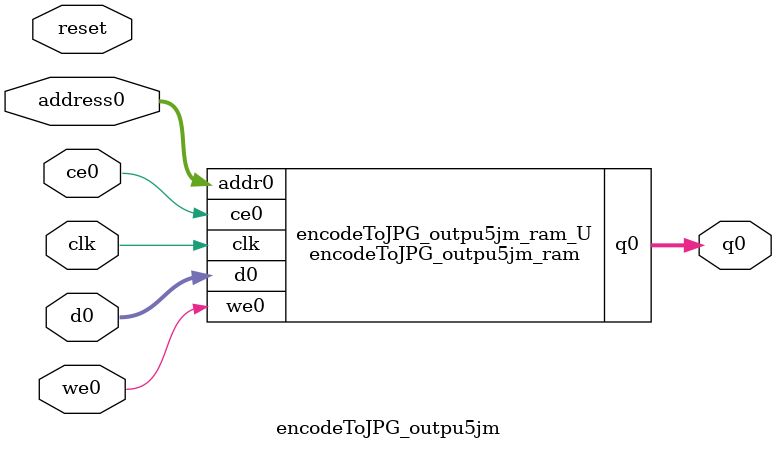
<source format=v>
`timescale 1 ns / 1 ps
module encodeToJPG_outpu5jm_ram (addr0, ce0, d0, we0, q0,  clk);

parameter DWIDTH = 32;
parameter AWIDTH = 7;
parameter MEM_SIZE = 128;

input[AWIDTH-1:0] addr0;
input ce0;
input[DWIDTH-1:0] d0;
input we0;
output reg[DWIDTH-1:0] q0;
input clk;

(* ram_style = "block" *)reg [DWIDTH-1:0] ram[0:MEM_SIZE-1];




always @(posedge clk)  
begin 
    if (ce0) 
    begin
        if (we0) 
        begin 
            ram[addr0] <= d0; 
        end 
        q0 <= ram[addr0];
    end
end


endmodule

`timescale 1 ns / 1 ps
module encodeToJPG_outpu5jm(
    reset,
    clk,
    address0,
    ce0,
    we0,
    d0,
    q0);

parameter DataWidth = 32'd32;
parameter AddressRange = 32'd128;
parameter AddressWidth = 32'd7;
input reset;
input clk;
input[AddressWidth - 1:0] address0;
input ce0;
input we0;
input[DataWidth - 1:0] d0;
output[DataWidth - 1:0] q0;



encodeToJPG_outpu5jm_ram encodeToJPG_outpu5jm_ram_U(
    .clk( clk ),
    .addr0( address0 ),
    .ce0( ce0 ),
    .we0( we0 ),
    .d0( d0 ),
    .q0( q0 ));

endmodule


</source>
